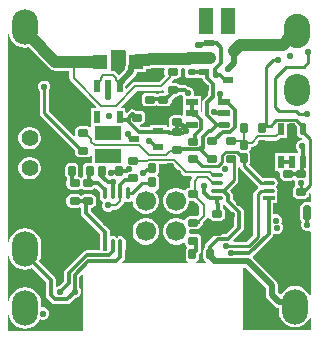
<source format=gtl>
G04*
G04 #@! TF.GenerationSoftware,Altium Limited,Altium Designer,22.6.1 (34)*
G04*
G04 Layer_Physical_Order=1*
G04 Layer_Color=255*
%FSLAX44Y44*%
%MOMM*%
G71*
G04*
G04 #@! TF.SameCoordinates,CFF22713-5BA4-4343-9F65-DF9A29BEA822*
G04*
G04*
G04 #@! TF.FilePolarity,Positive*
G04*
G01*
G75*
%ADD15C,0.2000*%
G04:AMPARAMS|DCode=16|XSize=0.6mm|YSize=0.9mm|CornerRadius=0.15mm|HoleSize=0mm|Usage=FLASHONLY|Rotation=90.000|XOffset=0mm|YOffset=0mm|HoleType=Round|Shape=RoundedRectangle|*
%AMROUNDEDRECTD16*
21,1,0.6000,0.6000,0,0,90.0*
21,1,0.3000,0.9000,0,0,90.0*
1,1,0.3000,0.3000,0.1500*
1,1,0.3000,0.3000,-0.1500*
1,1,0.3000,-0.3000,-0.1500*
1,1,0.3000,-0.3000,0.1500*
%
%ADD16ROUNDEDRECTD16*%
G04:AMPARAMS|DCode=17|XSize=0.6mm|YSize=0.9mm|CornerRadius=0.15mm|HoleSize=0mm|Usage=FLASHONLY|Rotation=180.000|XOffset=0mm|YOffset=0mm|HoleType=Round|Shape=RoundedRectangle|*
%AMROUNDEDRECTD17*
21,1,0.6000,0.6000,0,0,180.0*
21,1,0.3000,0.9000,0,0,180.0*
1,1,0.3000,-0.1500,0.3000*
1,1,0.3000,0.1500,0.3000*
1,1,0.3000,0.1500,-0.3000*
1,1,0.3000,-0.1500,-0.3000*
%
%ADD17ROUNDEDRECTD17*%
%ADD18R,1.2000X1.2000*%
G04:AMPARAMS|DCode=19|XSize=0.7mm|YSize=1.3mm|CornerRadius=0.175mm|HoleSize=0mm|Usage=FLASHONLY|Rotation=180.000|XOffset=0mm|YOffset=0mm|HoleType=Round|Shape=RoundedRectangle|*
%AMROUNDEDRECTD19*
21,1,0.7000,0.9500,0,0,180.0*
21,1,0.3500,1.3000,0,0,180.0*
1,1,0.3500,-0.1750,0.4750*
1,1,0.3500,0.1750,0.4750*
1,1,0.3500,0.1750,-0.4750*
1,1,0.3500,-0.1750,-0.4750*
%
%ADD19ROUNDEDRECTD19*%
%ADD20R,0.5000X1.0000*%
%ADD21O,1.0000X0.3800*%
%ADD22R,1.0000X0.3800*%
%ADD23R,1.0000X0.5000*%
G04:AMPARAMS|DCode=24|XSize=0.5mm|YSize=1mm|CornerRadius=0mm|HoleSize=0mm|Usage=FLASHONLY|Rotation=90.000|XOffset=0mm|YOffset=0mm|HoleType=Round|Shape=Octagon|*
%AMOCTAGOND24*
4,1,8,-0.5000,-0.1250,-0.5000,0.1250,-0.3750,0.2500,0.3750,0.2500,0.5000,0.1250,0.5000,-0.1250,0.3750,-0.2500,-0.3750,-0.2500,-0.5000,-0.1250,0.0*
%
%ADD24OCTAGOND24*%

%ADD25O,0.3800X1.0000*%
%ADD26R,0.3800X1.0000*%
G04:AMPARAMS|DCode=27|XSize=0.5mm|YSize=0.62mm|CornerRadius=0.0625mm|HoleSize=0mm|Usage=FLASHONLY|Rotation=90.000|XOffset=0mm|YOffset=0mm|HoleType=Round|Shape=RoundedRectangle|*
%AMROUNDEDRECTD27*
21,1,0.5000,0.4950,0,0,90.0*
21,1,0.3750,0.6200,0,0,90.0*
1,1,0.1250,0.2475,0.1875*
1,1,0.1250,0.2475,-0.1875*
1,1,0.1250,-0.2475,-0.1875*
1,1,0.1250,-0.2475,0.1875*
%
%ADD27ROUNDEDRECTD27*%
%ADD28R,0.9000X0.5000*%
G04:AMPARAMS|DCode=29|XSize=0.5mm|YSize=1mm|CornerRadius=0mm|HoleSize=0mm|Usage=FLASHONLY|Rotation=180.000|XOffset=0mm|YOffset=0mm|HoleType=Round|Shape=Octagon|*
%AMOCTAGOND29*
4,1,8,0.1250,-0.5000,-0.1250,-0.5000,-0.2500,-0.3750,-0.2500,0.3750,-0.1250,0.5000,0.1250,0.5000,0.2500,0.3750,0.2500,-0.3750,0.1250,-0.5000,0.0*
%
%ADD29OCTAGOND29*%

%ADD51C,0.2500*%
%ADD52C,0.3000*%
%ADD53C,0.5000*%
%ADD54C,1.0000*%
%ADD55O,2.2000X2.9000*%
%ADD56O,2.2000X2.7000*%
%ADD57O,2.2000X3.0000*%
%ADD58C,1.4000*%
%ADD59R,1.2000X2.2000*%
%ADD60R,2.2000X1.2000*%
%ADD61C,1.7000*%
%ADD62C,0.5334*%
G36*
X946608Y821337D02*
Y809793D01*
X946509Y809297D01*
Y806841D01*
X941111Y801442D01*
X938793Y803759D01*
X937623Y804542D01*
X936241Y804816D01*
X933938D01*
Y821337D01*
X934486Y822380D01*
X946060D01*
X946608Y821337D01*
D02*
G37*
G36*
X979612Y806446D02*
X979382Y805287D01*
Y802287D01*
X979695Y800711D01*
X980070Y800150D01*
X975366Y795446D01*
X954987D01*
X953606Y795172D01*
X952435Y794389D01*
X947756Y789710D01*
X946583Y790196D01*
Y792380D01*
X955282Y801078D01*
X956396Y802746D01*
X956696Y804257D01*
X963688D01*
Y806192D01*
X965523D01*
X967491Y806451D01*
X969325Y807211D01*
X969984Y807716D01*
X978854D01*
X979612Y806446D01*
D02*
G37*
G36*
X979068Y787704D02*
X979165Y787086D01*
X978279Y786038D01*
X975627D01*
X974051Y785724D01*
X973102Y785091D01*
X971773Y785979D01*
X970197Y786292D01*
X964197D01*
X962621Y785979D01*
X961284Y785086D01*
X960391Y783749D01*
X960078Y782173D01*
Y779173D01*
X960391Y777597D01*
X961284Y776260D01*
X962621Y775367D01*
X964197Y775054D01*
X970197D01*
X971773Y775367D01*
X972722Y776001D01*
X974051Y775113D01*
X975627Y774800D01*
X981627D01*
X983203Y775113D01*
X984540Y776006D01*
X985433Y777343D01*
X985746Y778919D01*
Y779897D01*
X988940Y783091D01*
X988992Y783168D01*
X989501D01*
X991077Y783481D01*
X992414Y784374D01*
X992610Y784668D01*
X994581D01*
X995082Y783460D01*
X995033Y783387D01*
X995033D01*
Y773307D01*
X995083D01*
Y768170D01*
X993813Y767128D01*
X993311Y767228D01*
X987311D01*
X985735Y766915D01*
X984398Y766022D01*
X983505Y764685D01*
X983192Y763109D01*
Y760109D01*
X983482Y758651D01*
X983384Y758357D01*
X982711Y757436D01*
X981439D01*
Y758801D01*
X967359D01*
Y757626D01*
X960028D01*
X959058Y758596D01*
X959546Y759904D01*
X960597Y760113D01*
X961934Y761006D01*
X962827Y762343D01*
X963140Y763919D01*
Y766919D01*
X962827Y768495D01*
X961934Y769832D01*
X960597Y770724D01*
X959021Y771038D01*
X955489D01*
X955448Y771080D01*
X954111Y771973D01*
X952535Y772286D01*
X952189D01*
X950613Y771973D01*
X949276Y771080D01*
X947756Y769560D01*
X946583Y770046D01*
Y773347D01*
X943261D01*
X942775Y774520D01*
X956483Y788228D01*
X976861D01*
X977871Y788428D01*
X979068Y787704D01*
D02*
G37*
G36*
X996933Y806446D02*
X996801Y805782D01*
Y802032D01*
X997047Y800797D01*
X997746Y799750D01*
X998793Y799051D01*
X1000028Y798805D01*
X1004978D01*
X1005558Y798920D01*
X1005623Y798867D01*
Y798867D01*
X1011544D01*
Y798855D01*
X1011857Y797279D01*
X1012750Y795943D01*
X1015499Y793194D01*
X1015731Y793039D01*
X1016244Y792526D01*
Y784881D01*
X1012802Y781439D01*
X1011909Y780102D01*
X1011595Y778526D01*
Y771211D01*
X1010325Y770532D01*
X1010163Y770641D01*
Y773887D01*
X1010113D01*
Y783387D01*
X1005359D01*
X1004653Y784443D01*
X1004871Y784968D01*
Y787039D01*
X1004078Y788953D01*
X1002613Y790418D01*
X1000700Y791211D01*
X999956D01*
X999467Y791700D01*
X998130Y792592D01*
X996554Y792906D01*
X992610D01*
X992414Y793200D01*
X991077Y794092D01*
X989501Y794406D01*
X986194D01*
X985708Y795579D01*
X987053Y796925D01*
X987836Y798096D01*
X987850Y798168D01*
X989501D01*
X991077Y798481D01*
X992414Y799374D01*
X993307Y800711D01*
X993620Y802287D01*
Y805287D01*
X993390Y806446D01*
X994148Y807716D01*
X996103D01*
X996933Y806446D01*
D02*
G37*
G36*
X848342Y834472D02*
X849706Y831179D01*
X851876Y828350D01*
X854705Y826180D01*
X857998Y824816D01*
X861533Y824350D01*
X864569Y824750D01*
X881900Y807419D01*
X883475Y806211D01*
X884235Y805896D01*
X885309Y805451D01*
X887277Y805192D01*
X899144D01*
Y798599D01*
X899418Y797217D01*
X900201Y796047D01*
X921727Y774520D01*
X921241Y773347D01*
X917503D01*
Y758267D01*
X917503D01*
X917486Y757917D01*
X916184Y757260D01*
X915544Y757688D01*
X913968Y758001D01*
X907968D01*
X906391Y757688D01*
X905055Y756795D01*
X904162Y755459D01*
X903848Y753882D01*
Y750882D01*
X904002Y750108D01*
X902832Y749483D01*
X881598Y770716D01*
Y788056D01*
X882148Y788606D01*
X882941Y790520D01*
Y792591D01*
X882148Y794505D01*
X880684Y795970D01*
X878770Y796762D01*
X876698D01*
X874784Y795970D01*
X873320Y794505D01*
X872527Y792591D01*
Y790520D01*
X873320Y788606D01*
X873870Y788056D01*
Y769116D01*
X874164Y767637D01*
X875002Y766383D01*
X903848Y737536D01*
Y735882D01*
X904162Y734306D01*
X905055Y732970D01*
X906391Y732077D01*
X907968Y731763D01*
X913968D01*
X915544Y732077D01*
X916814Y732926D01*
X917180Y732849D01*
X918084Y732486D01*
Y727569D01*
X917643Y727206D01*
X914643D01*
X913067Y726893D01*
X911730Y726000D01*
X910837Y724663D01*
X910524Y723087D01*
Y717087D01*
X910837Y715511D01*
X910706Y715194D01*
X910297Y715113D01*
X909158Y714352D01*
X908019Y715113D01*
X907583Y715199D01*
X906459Y715508D01*
X906666Y716604D01*
X906762Y717087D01*
Y723087D01*
X906449Y724663D01*
X905556Y726000D01*
X904219Y726893D01*
X902643Y727206D01*
X899643D01*
X898067Y726893D01*
X896730Y726000D01*
X895837Y724663D01*
X895524Y723087D01*
Y717087D01*
X895837Y715511D01*
X896730Y714174D01*
X896637Y712883D01*
X896324Y711307D01*
Y708307D01*
X896637Y706731D01*
X897530Y705394D01*
X898867Y704501D01*
X900443Y704188D01*
X906443D01*
X908019Y704501D01*
X909158Y705262D01*
X910297Y704501D01*
X911873Y704188D01*
X917873D01*
X919449Y704501D01*
X920786Y705394D01*
X922019Y704954D01*
X924726Y702247D01*
Y698347D01*
X925071Y696615D01*
X926052Y695146D01*
X926731Y694692D01*
X927503Y694080D01*
X927268Y692923D01*
X926894Y692021D01*
Y689949D01*
X927687Y688035D01*
X929152Y686571D01*
X931065Y685778D01*
X933137D01*
X935051Y686571D01*
X935311Y686831D01*
X935978Y687498D01*
X938752D01*
X940133Y687773D01*
X941304Y688555D01*
X944805Y692056D01*
X945588Y693227D01*
X945652Y693551D01*
X947021Y694165D01*
X948753Y693820D01*
X950485Y694165D01*
X951315Y694719D01*
X952585Y694040D01*
D01*
D01*
Y693491D01*
X953337Y690684D01*
X954790Y688166D01*
X956846Y686111D01*
X959363Y684657D01*
X962171Y683905D01*
X965078D01*
X967886Y684657D01*
X970403Y686111D01*
X972459Y688166D01*
X973912Y690684D01*
X974665Y693491D01*
Y696398D01*
X973912Y699206D01*
X972459Y701723D01*
X971816Y702366D01*
X972185Y703581D01*
X972425Y703629D01*
X973762Y704522D01*
X974655Y705859D01*
X974968Y707435D01*
Y713435D01*
Y713435D01*
X974655Y715011D01*
X973762Y716348D01*
X973534Y716500D01*
X974401Y717797D01*
X974714Y719373D01*
Y725373D01*
X975309Y726098D01*
X985743D01*
X995119Y716722D01*
X996290Y715940D01*
X997671Y715665D01*
X1002361D01*
X1002847Y714492D01*
X1002491Y714135D01*
X1001708Y712964D01*
X1001434Y711583D01*
Y706028D01*
X1001027D01*
X999451Y705715D01*
X998114Y704822D01*
X997731Y704248D01*
X996464Y703800D01*
X996117Y703944D01*
X993886Y705232D01*
X991078Y705985D01*
X988171D01*
X985363Y705232D01*
X982846Y703779D01*
X980790Y701723D01*
X979337Y699206D01*
X978585Y696398D01*
Y693491D01*
X979337Y690684D01*
X980790Y688166D01*
X982846Y686111D01*
X985363Y684657D01*
X988171Y683905D01*
X991078D01*
X993886Y684657D01*
X996403Y686111D01*
X998459Y688166D01*
X999912Y690684D01*
X1000665Y693491D01*
Y694492D01*
X1001027Y694790D01*
X1004406D01*
X1004666Y694400D01*
X1009142Y689925D01*
Y683664D01*
X1007275Y681798D01*
X1006773Y681898D01*
X1000773D01*
X999197Y681584D01*
X997860Y680692D01*
X996967Y679355D01*
X996890Y678965D01*
X995467Y678320D01*
X993886Y679232D01*
X991078Y679985D01*
X988171D01*
X985363Y679232D01*
X982846Y677779D01*
X980790Y675723D01*
X979337Y673206D01*
X978585Y670398D01*
Y667491D01*
X979337Y664684D01*
X980790Y662166D01*
X982846Y660111D01*
X985363Y658657D01*
X988171Y657905D01*
X991078D01*
X993886Y658657D01*
X995409Y659537D01*
X996831Y658891D01*
X996967Y658203D01*
X997860Y656866D01*
X998063Y656731D01*
X998718Y655642D01*
X998367Y655116D01*
X997825Y654305D01*
X997512Y652729D01*
Y646729D01*
X997825Y645153D01*
X998718Y643816D01*
X999676Y643176D01*
X999291Y641907D01*
X944214D01*
X943728Y643080D01*
X945166Y644518D01*
X946059Y645854D01*
X946372Y647430D01*
Y652520D01*
X946435Y652615D01*
X946780Y654347D01*
Y660547D01*
X946435Y662279D01*
X945454Y663748D01*
X943985Y664729D01*
X942253Y665074D01*
X940521Y664729D01*
X940040Y664408D01*
X939003Y663778D01*
X937966Y664408D01*
X937485Y664729D01*
D01*
X935753Y665074D01*
D01*
X935753D01*
X934963Y664917D01*
X934435Y664946D01*
X933468Y665638D01*
X933372Y665797D01*
Y668607D01*
X933059Y670183D01*
X932166Y671520D01*
X917152Y686533D01*
Y689188D01*
X917873D01*
X919449Y689501D01*
X920786Y690394D01*
X921679Y691731D01*
X921992Y693307D01*
Y696307D01*
X921679Y697883D01*
X920786Y699220D01*
X919449Y700113D01*
X917873Y700426D01*
X911873D01*
X910297Y700113D01*
X909158Y699352D01*
X908019Y700113D01*
X906443Y700426D01*
X900443D01*
X898867Y700113D01*
X897530Y699220D01*
X896637Y697883D01*
X896324Y696307D01*
Y693307D01*
X896637Y691731D01*
X897530Y690394D01*
X898867Y689501D01*
X900443Y689188D01*
X906443D01*
X907644Y689427D01*
X908914Y688688D01*
Y684827D01*
X909227Y683251D01*
X910120Y681914D01*
X925134Y666901D01*
Y664987D01*
X924813D01*
Y653147D01*
X913670D01*
X912094Y652833D01*
X910757Y651940D01*
X895830Y637014D01*
X894938Y635677D01*
X894624Y634101D01*
Y627067D01*
X890273Y622716D01*
X889855D01*
X888762Y622263D01*
X887492Y623112D01*
Y628207D01*
X887178Y629784D01*
X886285Y631120D01*
X873602Y643803D01*
X874725Y646512D01*
X875190Y650047D01*
Y658047D01*
X874725Y661582D01*
X873360Y664875D01*
X871190Y667704D01*
X868361Y669874D01*
X865068Y671238D01*
X861533Y671704D01*
X857998Y671238D01*
X854705Y669874D01*
X851876Y667704D01*
X849706Y664875D01*
X848342Y661582D01*
X848123Y659919D01*
X846853Y660002D01*
Y763270D01*
Y836052D01*
X848123Y836135D01*
X848342Y834472D01*
D02*
G37*
G36*
X1092061Y757324D02*
Y750557D01*
X1094581Y748037D01*
X1096076D01*
X1096365Y747604D01*
X1095686Y746334D01*
X1094910D01*
X1092996Y745541D01*
X1091532Y744077D01*
X1090739Y742163D01*
Y740091D01*
X1091532Y738177D01*
X1092982Y736727D01*
Y736496D01*
X1092641Y735367D01*
X1082561D01*
Y735317D01*
X1073061D01*
Y720237D01*
X1075923D01*
X1076729Y719255D01*
X1076664Y718927D01*
Y715927D01*
X1076977Y714351D01*
X1077870Y713014D01*
X1079207Y712121D01*
X1080783Y711808D01*
X1086783D01*
X1088359Y712121D01*
X1089225Y712700D01*
X1090294Y711961D01*
X1089885Y710975D01*
Y708904D01*
X1090428Y707593D01*
X1089300Y706840D01*
X1088407Y705503D01*
X1088094Y703927D01*
Y700927D01*
X1088407Y699351D01*
X1089300Y698014D01*
X1090637Y697121D01*
X1092213Y696808D01*
X1098213D01*
X1099789Y697121D01*
X1101126Y698014D01*
X1102019Y699351D01*
X1102332Y700927D01*
Y701564D01*
X1102488Y701669D01*
X1103758Y700990D01*
Y694382D01*
X1102777Y693577D01*
X1102403Y693651D01*
X1098903D01*
X1097229Y693318D01*
X1095810Y692370D01*
X1094862Y690951D01*
X1094529Y689277D01*
Y679777D01*
X1094862Y678103D01*
X1095786Y676720D01*
X1095301Y675548D01*
Y673476D01*
X1096094Y671562D01*
X1097559Y670098D01*
X1099472Y669305D01*
X1101544D01*
X1102488Y669696D01*
X1103758Y668848D01*
Y615123D01*
X1102488Y614870D01*
X1101960Y616145D01*
X1099790Y618974D01*
X1096961Y621144D01*
X1093668Y622508D01*
X1090133Y622974D01*
X1086598Y622508D01*
X1083305Y621144D01*
X1080476Y618974D01*
X1078512Y616414D01*
X1077068Y616061D01*
X1075483Y617646D01*
Y623437D01*
X1075092Y625403D01*
X1073978Y627070D01*
X1054738Y646310D01*
X1054653Y646527D01*
X1054794Y648051D01*
X1070596Y663852D01*
X1071489Y665189D01*
X1071764Y666575D01*
X1072129Y666931D01*
X1073072Y667408D01*
X1073876Y667075D01*
X1075948D01*
X1077861Y667868D01*
X1079326Y669333D01*
X1080119Y671247D01*
Y673318D01*
X1079326Y675232D01*
X1078416Y676142D01*
X1078830Y677141D01*
Y679213D01*
X1078037Y681126D01*
X1076572Y682591D01*
X1074659Y683384D01*
X1072587D01*
X1071802Y683909D01*
Y692689D01*
X1075223D01*
Y701569D01*
X1075223Y701569D01*
X1075223D01*
X1075153Y702839D01*
X1075310Y703629D01*
X1074965Y705361D01*
X1074644Y705842D01*
X1074014Y706879D01*
X1074644Y707916D01*
X1074965Y708397D01*
X1075310Y710129D01*
X1074965Y711861D01*
X1073984Y713330D01*
X1072515Y714311D01*
X1070783Y714656D01*
X1064583D01*
X1062851Y714311D01*
X1062805Y714281D01*
X1051383Y725703D01*
X1051871Y726433D01*
X1052184Y728009D01*
Y734009D01*
X1051871Y735585D01*
X1051322Y736407D01*
X1052125Y737609D01*
X1052438Y739185D01*
Y740576D01*
X1053379D01*
X1054761Y740850D01*
X1055931Y741633D01*
X1060074Y745776D01*
X1074409D01*
X1075790Y746050D01*
X1076961Y746833D01*
X1078165Y748037D01*
X1083141D01*
Y759663D01*
X1089722D01*
X1092061Y757324D01*
D02*
G37*
G36*
X1038587Y683596D02*
Y673653D01*
X1031618Y666684D01*
X1024736D01*
X1023160Y666371D01*
X1021824Y665478D01*
X1015160Y658814D01*
X1014267Y657478D01*
X1013954Y655902D01*
Y655799D01*
X1013718Y655642D01*
X1012825Y654305D01*
X1012512Y652729D01*
Y646729D01*
X1012825Y645153D01*
X1013718Y643816D01*
X1014676Y643176D01*
X1014291Y641907D01*
X1006971D01*
X1006586Y643176D01*
X1007544Y643816D01*
X1008437Y645153D01*
X1008750Y646729D01*
Y649778D01*
X1008808Y649816D01*
X1009226Y650235D01*
X1010119Y651571D01*
X1010432Y653147D01*
Y657983D01*
X1010579Y658203D01*
X1010892Y659779D01*
Y662779D01*
X1010579Y664355D01*
X1009686Y665692D01*
X1008349Y666584D01*
X1006773Y666898D01*
X1001820D01*
X1000723Y667461D01*
X1000665Y668116D01*
Y669442D01*
X1000751Y670417D01*
X1001882Y670660D01*
X1006773D01*
X1008349Y670973D01*
X1009686Y671866D01*
X1010579Y673203D01*
X1010631Y673467D01*
X1011294Y673911D01*
X1012077Y675082D01*
X1012352Y676463D01*
Y676666D01*
X1015303Y679617D01*
X1015999Y680658D01*
X1016648Y680706D01*
X1017344Y680604D01*
X1018180Y679352D01*
X1019517Y678459D01*
X1021093Y678146D01*
X1027093D01*
X1028669Y678459D01*
X1030006Y679352D01*
X1030899Y680689D01*
X1031212Y682265D01*
Y685265D01*
X1030899Y686841D01*
X1030006Y688178D01*
X1029164Y688740D01*
Y691333D01*
X1030163Y691731D01*
X1030434Y691750D01*
X1038587Y683596D01*
D02*
G37*
G36*
X1043697Y723117D02*
X1043757Y722815D01*
X1044595Y721561D01*
X1058527Y707629D01*
X1058673Y707154D01*
X1058570Y706015D01*
X1055988Y703432D01*
X1055150Y702179D01*
X1054856Y700700D01*
Y665696D01*
X1049305Y660145D01*
X1038389D01*
X1037903Y661318D01*
X1045619Y669034D01*
X1046512Y670370D01*
X1046825Y671947D01*
Y685303D01*
X1046512Y686879D01*
X1045619Y688215D01*
X1037402Y696432D01*
Y699821D01*
X1037089Y701398D01*
X1036196Y702734D01*
X1034945Y703985D01*
X1040885Y709925D01*
X1040885Y709925D01*
X1041723Y711178D01*
X1042017Y712657D01*
X1042017Y712657D01*
Y722506D01*
X1043287Y723311D01*
X1043697Y723117D01*
D02*
G37*
G36*
X848342Y646512D02*
X849706Y643219D01*
X851876Y640390D01*
X854705Y638220D01*
X857998Y636856D01*
X861533Y636390D01*
X865068Y636856D01*
X867777Y637978D01*
X879253Y626501D01*
Y615157D01*
X879567Y613581D01*
X880460Y612244D01*
X883975Y608730D01*
X885311Y607837D01*
X886887Y607523D01*
X897053D01*
X898630Y607837D01*
X899966Y608730D01*
X904061Y612825D01*
X904479D01*
X906393Y613618D01*
X907857Y615082D01*
X908650Y616996D01*
Y619068D01*
X907857Y620981D01*
X907562Y621277D01*
Y630448D01*
X909478Y632364D01*
X910651Y631878D01*
Y584757D01*
X846853D01*
Y598092D01*
X848123Y598175D01*
X848342Y596512D01*
X849706Y593218D01*
X851876Y590390D01*
X854705Y588220D01*
X857998Y586856D01*
X861533Y586390D01*
X865068Y586856D01*
X868361Y588220D01*
X871190Y590390D01*
X873360Y593218D01*
X873708Y594059D01*
X874882Y594545D01*
X875571Y594259D01*
X877643D01*
X879556Y595052D01*
X881021Y596517D01*
X881814Y598431D01*
Y600502D01*
X881021Y602416D01*
X879556Y603881D01*
X877643Y604673D01*
X875571D01*
X875190Y604928D01*
Y608047D01*
X874725Y611582D01*
X873360Y614875D01*
X871190Y617704D01*
X868361Y619874D01*
X865068Y621239D01*
X861533Y621704D01*
X857998Y621239D01*
X854705Y619874D01*
X851876Y617704D01*
X849706Y614875D01*
X848342Y611582D01*
X848123Y609919D01*
X846853Y610002D01*
Y648092D01*
X848123Y648175D01*
X848342Y646512D01*
D02*
G37*
G36*
X1065206Y621308D02*
Y615518D01*
X1065597Y613551D01*
X1066711Y611884D01*
X1072999Y605596D01*
X1074667Y604482D01*
X1076476Y604122D01*
Y601317D01*
X1076942Y597782D01*
X1078306Y594488D01*
X1080476Y591660D01*
X1083305Y589490D01*
X1086598Y588125D01*
X1090133Y587660D01*
X1093668Y588125D01*
X1096961Y589490D01*
X1099790Y591660D01*
X1101960Y594488D01*
X1102488Y595764D01*
X1103758Y595511D01*
Y585264D01*
X1045735D01*
Y638418D01*
X1048095D01*
X1065206Y621308D01*
D02*
G37*
%LPC*%
G36*
X866599Y757567D02*
X864087D01*
X861661Y756917D01*
X859485Y755661D01*
X857709Y753885D01*
X856453Y751709D01*
X855803Y749283D01*
Y746771D01*
X856453Y744345D01*
X857709Y742169D01*
X859485Y740393D01*
X861661Y739137D01*
X864087Y738487D01*
X866599D01*
X869025Y739137D01*
X871201Y740393D01*
X872977Y742169D01*
X874233Y744345D01*
X874883Y746771D01*
Y749283D01*
X874233Y751709D01*
X872977Y753885D01*
X871201Y755661D01*
X869025Y756917D01*
X866599Y757567D01*
D02*
G37*
G36*
Y732167D02*
X864087D01*
X861661Y731517D01*
X859485Y730261D01*
X857709Y728485D01*
X856453Y726309D01*
X855803Y723883D01*
Y721371D01*
X856453Y718945D01*
X857709Y716769D01*
X859485Y714993D01*
X861661Y713737D01*
X864087Y713087D01*
X866599D01*
X869025Y713737D01*
X871201Y714993D01*
X872977Y716769D01*
X874233Y718945D01*
X874883Y721371D01*
Y723883D01*
X874233Y726309D01*
X872977Y728485D01*
X871201Y730261D01*
X869025Y731517D01*
X866599Y732167D01*
D02*
G37*
G36*
X965078Y679985D02*
X962171D01*
X959363Y679232D01*
X956846Y677779D01*
X954790Y675723D01*
X953337Y673206D01*
X952585Y670398D01*
Y667491D01*
X953337Y664684D01*
X954790Y662166D01*
X956846Y660111D01*
X959363Y658657D01*
X962171Y657905D01*
X965078D01*
X967886Y658657D01*
X970403Y660111D01*
X972459Y662166D01*
X973912Y664684D01*
X974665Y667491D01*
Y670398D01*
X973912Y673206D01*
X972459Y675723D01*
X970403Y677779D01*
X967886Y679232D01*
X965078Y679985D01*
D02*
G37*
%LPD*%
D15*
X932101Y690985D02*
X932223Y691107D01*
X938752D01*
X942253Y694608D02*
Y701447D01*
X938752Y691107D02*
X942253Y694608D01*
X952973Y728857D02*
X965139D01*
X1036285Y745367D02*
X1046553D01*
Y742451D02*
Y745367D01*
Y742451D02*
X1046819Y742185D01*
X965989Y729707D02*
X987238D01*
X965139Y728857D02*
X965989Y729707D01*
X910968Y752382D02*
X912468D01*
X917625Y747225D01*
Y744702D02*
Y747225D01*
Y744702D02*
X920382Y741945D01*
X948147D01*
X948281Y741811D01*
X958006D01*
X966410Y733407D01*
X980597D01*
X984557Y737367D01*
X989691D02*
X990311Y737987D01*
X984557Y737367D02*
X989691D01*
X925443Y797507D02*
Y798805D01*
X922543Y794607D02*
X925443Y797507D01*
X922543Y792107D02*
Y794607D01*
X925443Y798805D02*
X927845Y801207D01*
X938643Y797507D02*
Y798805D01*
Y797507D02*
X941543Y794607D01*
Y792107D02*
Y794607D01*
X936241Y801207D02*
X938643Y798805D01*
X927845Y801207D02*
X936241D01*
X1046819Y742223D02*
X1048781Y744185D01*
X1053379D02*
X1058579Y749385D01*
X1048781Y744185D02*
X1053379D01*
X1046819Y742185D02*
Y742223D01*
X1058579Y749385D02*
X1074409D01*
X1078101Y753077D01*
Y755577D01*
X1046553Y745367D02*
X1046819Y745633D01*
Y756663D01*
X1046819Y756663D01*
X954987Y791837D02*
X976861D01*
X938339Y775188D02*
X954987Y791837D01*
X926164Y775188D02*
X938339D01*
X902753Y798599D02*
X926164Y775188D01*
X902753Y798599D02*
Y812797D01*
X986463Y803787D02*
X986501D01*
X984501Y801825D02*
X986463Y803787D01*
X984501Y799477D02*
Y801825D01*
X976861Y791837D02*
X984501Y799477D01*
X1008742Y676463D02*
Y678161D01*
X1012751Y682169D01*
Y691420D01*
X1007218Y696953D02*
X1012751Y691420D01*
X1007218Y696953D02*
Y698447D01*
X1005256Y700409D02*
X1007218Y698447D01*
X1003773Y676279D02*
X1003957Y676463D01*
X1008742D01*
X997671Y719274D02*
X1017938D01*
X987238Y729707D02*
X997671Y719274D01*
X1017938D02*
X1020583Y716629D01*
X1023683D01*
X1004027Y700409D02*
X1005043D01*
Y711583D01*
X1008365Y714904D01*
X1015802D01*
X1019992Y710714D01*
X1023098D02*
X1023683Y710129D01*
X1019992Y710714D02*
X1023098D01*
D16*
X966943Y800217D02*
D03*
Y815217D02*
D03*
X956021Y765419D02*
D03*
Y780419D02*
D03*
X990311Y761609D02*
D03*
Y776609D02*
D03*
X967197Y780673D02*
D03*
Y765673D02*
D03*
X1024093Y683765D02*
D03*
Y668765D02*
D03*
X1003773Y661279D02*
D03*
Y676279D02*
D03*
X1004027Y700409D02*
D03*
Y685409D02*
D03*
X1019775Y730367D02*
D03*
Y745367D02*
D03*
X986501Y788787D02*
D03*
Y803787D02*
D03*
X990311Y737987D02*
D03*
Y752987D02*
D03*
X978627Y765419D02*
D03*
Y780419D02*
D03*
X1004027Y745113D02*
D03*
Y730113D02*
D03*
X1036285Y730367D02*
D03*
X1036285Y745367D02*
D03*
X952973Y728857D02*
D03*
Y713857D02*
D03*
X914873Y694807D02*
D03*
Y709807D02*
D03*
X903443Y694807D02*
D03*
Y709807D02*
D03*
X1083783Y717427D02*
D03*
Y702427D02*
D03*
X1095213Y717427D02*
D03*
Y702427D02*
D03*
X910968Y737382D02*
D03*
Y752382D02*
D03*
D17*
X984095Y722373D02*
D03*
X969095D02*
D03*
X941423Y720087D02*
D03*
X926423D02*
D03*
X969349Y710435D02*
D03*
X984349D02*
D03*
X916143Y720087D02*
D03*
X901143D02*
D03*
X1046565Y731009D02*
D03*
X1061565D02*
D03*
X1018131Y649729D02*
D03*
X1003131D02*
D03*
X1061819Y742185D02*
D03*
X1046819D02*
D03*
X1046819Y756663D02*
D03*
X1061819D02*
D03*
D18*
X955148Y812797D02*
D03*
X925398D02*
D03*
D19*
X1100653Y684527D02*
D03*
X1082653D02*
D03*
D20*
X922543Y765807D02*
D03*
X941543Y792107D02*
D03*
X932043D02*
D03*
X922543Y792107D02*
D03*
X941543Y765807D02*
D03*
X1087601Y727827D02*
D03*
X1097101Y727777D02*
D03*
X1078101Y755577D02*
D03*
X1087601D02*
D03*
X1078101Y727777D02*
D03*
D21*
X1023683Y716629D02*
D03*
X1023683Y710129D02*
D03*
Y703629D02*
D03*
X1023683Y697129D02*
D03*
X1067683Y716629D02*
D03*
Y710129D02*
D03*
Y703629D02*
D03*
D22*
Y697129D02*
D03*
D23*
X1002623Y768847D02*
D03*
X1002573Y759347D02*
D03*
X1030373Y778347D02*
D03*
Y768847D02*
D03*
X1002573Y778347D02*
D03*
D24*
X1030373Y759347D02*
D03*
D25*
X948753Y701447D02*
D03*
X942253Y701447D02*
D03*
X935753D02*
D03*
X929253Y701447D02*
D03*
X948753Y657447D02*
D03*
X942253D02*
D03*
X935753D02*
D03*
D26*
X929253D02*
D03*
D27*
X1008853Y816687D02*
D03*
Y826687D02*
D03*
X1002503Y803907D02*
D03*
Y793907D02*
D03*
D28*
X1017653Y828437D02*
D03*
Y814937D02*
D03*
X1038153Y821687D02*
D03*
X1012663Y803907D02*
D03*
Y790407D02*
D03*
X1033163Y797157D02*
D03*
X953899Y747011D02*
D03*
X974399Y753761D02*
D03*
Y740261D02*
D03*
D29*
X1097101Y755577D02*
D03*
D51*
X1076213Y770817D02*
X1091003D01*
X1093799Y768021D01*
X1100670D01*
X909468Y737382D02*
X910968D01*
X948753Y701447D02*
X951903D01*
X968731Y709817D02*
X969349Y710435D01*
X951903Y701447D02*
X960273Y709817D01*
X968731D01*
X1095092Y709939D02*
X1095153Y709879D01*
X1071607Y814042D02*
X1075900D01*
X1067624Y710188D02*
X1067683Y710129D01*
X1061433Y710188D02*
X1067624D01*
X1047327Y724294D02*
X1061433Y710188D01*
X1046565Y731009D02*
X1047327Y730247D01*
Y724294D02*
Y730247D01*
X1058720Y700700D02*
X1061649Y703629D01*
X1067683D01*
X877734Y769116D02*
X909468Y737382D01*
X877734Y769116D02*
Y791555D01*
X1028538Y733413D02*
X1031442Y736317D01*
X1041128D01*
X1043341Y734105D01*
X1044834D01*
X1046565Y732374D01*
Y731009D02*
Y732374D01*
X1004027Y730113D02*
X1005527D01*
X1050905Y656281D02*
X1058720Y664096D01*
Y700700D01*
X1032036Y656281D02*
X1050905D01*
X1096713Y702427D02*
X1102663Y708377D01*
X1095213Y702427D02*
X1096713D01*
X1102663Y708377D02*
Y747533D01*
X1095153Y702487D02*
Y709879D01*
X1097101Y753095D02*
X1102663Y747533D01*
X1095153Y702487D02*
X1095213Y702427D01*
X1082253Y808152D02*
X1097571D01*
X1101483Y812065D01*
Y820584D01*
X1097101Y753095D02*
Y755577D01*
X1069402Y758497D02*
X1072651Y761745D01*
Y761799D01*
X1096353Y758497D02*
X1097355D01*
X1074379Y763527D02*
X1091323D01*
X1072651Y761799D02*
X1074379Y763527D01*
X1091323D02*
X1096353Y758497D01*
X1072887Y774144D02*
X1076213Y770817D01*
X1072887Y774144D02*
Y798786D01*
X1082253Y808152D01*
X1061311Y757171D02*
Y758497D01*
Y757171D02*
X1061819Y756663D01*
X1063653Y758497D02*
X1065446Y760290D01*
X1061819Y756663D02*
X1063653Y758497D01*
X1069402D01*
X1065446Y807882D02*
X1071607Y814042D01*
X1061311Y758497D02*
X1063653D01*
X1065446Y760290D02*
Y807882D01*
X1025126Y724163D02*
X1028538Y727575D01*
Y733413D01*
X1005527Y730113D02*
X1011477Y724163D01*
X1025126D01*
X1036422Y730367D02*
X1038153Y728636D01*
X1036285Y730367D02*
X1036422D01*
X1029933Y704437D02*
X1038153Y712657D01*
Y728636D01*
D52*
X1008853Y826687D02*
X1009728Y827562D01*
X1029550Y769670D02*
X1030373Y768847D01*
X1022028Y769670D02*
X1029550D01*
X1021581Y770117D02*
X1022028Y769670D01*
X1002573Y777397D02*
Y778347D01*
Y777397D02*
X1002623Y777347D01*
Y768847D02*
Y777347D01*
X929253Y657447D02*
Y668607D01*
X913033Y684827D02*
X929253Y668607D01*
X935753Y701447D02*
Y709370D01*
X914533Y694807D02*
X914873D01*
X913033Y693307D02*
X914533Y694807D01*
X913033Y684827D02*
Y693307D01*
X903443Y694807D02*
X911873D01*
X913033Y693307D02*
Y693647D01*
X911873Y694807D02*
X913033Y693647D01*
X901253Y711307D02*
X902753Y709807D01*
X903443D01*
X948843Y665857D02*
X948933Y665947D01*
X948843Y657537D02*
Y665857D01*
X948753Y657447D02*
X948843Y657537D01*
X901253Y711307D02*
X901943D01*
X903443Y709807D01*
X901143Y718697D02*
Y720087D01*
Y718697D02*
X901253Y718587D01*
X915508Y719452D02*
X916143Y720087D01*
X915508Y710562D02*
Y719452D01*
X901253Y711307D02*
Y718587D01*
X935317Y710884D02*
X935753Y710448D01*
X931586Y710884D02*
X935317D01*
X925383Y717087D02*
X931586Y710884D01*
X925383Y717087D02*
Y719047D01*
X926423Y720087D01*
X934685Y718690D02*
X935132Y719137D01*
X940473D01*
X949047Y721490D02*
X949679D01*
X947644Y720087D02*
X949047Y721490D01*
X941423Y720087D02*
X947644D01*
X940473Y719137D02*
X941423Y720087D01*
X928883Y704700D02*
X929253Y704331D01*
X922991Y709807D02*
X928098Y704700D01*
X929253Y701447D02*
Y704331D01*
X914873Y709807D02*
X922991D01*
X928098Y704700D02*
X928883D01*
X941543Y764667D02*
X942543Y763667D01*
X997085Y795613D02*
X997903Y794795D01*
X1001615D02*
X1002503Y793907D01*
X996454Y795613D02*
X997085D01*
X997903Y794795D02*
X1001615D01*
X956021Y780419D02*
X956136Y780304D01*
Y773796D02*
X956251Y773681D01*
X956136Y773796D02*
Y780304D01*
X1100508Y674512D02*
X1100581Y674585D01*
Y684454D02*
X1100653Y684527D01*
X1100581Y674585D02*
Y684454D01*
X1009728Y827562D02*
X1017653D01*
Y828437D02*
X1023653D01*
X1027613Y824477D01*
X1032163Y798157D02*
X1033163Y797157D01*
X1027613Y811392D02*
Y824477D01*
X1022709Y806487D02*
X1027613Y811392D01*
X1022709Y802087D02*
Y806487D01*
X1030163Y798157D02*
X1032163D01*
X1026680Y801640D02*
X1030163Y798157D01*
X1023155Y801640D02*
X1026680D01*
X913670Y649028D02*
X932259D01*
X935753Y652522D01*
Y657447D01*
X914936Y643647D02*
X938470D01*
X942253Y647430D01*
Y657447D01*
X861533Y650047D02*
Y654047D01*
X890891Y617509D02*
X898743Y625361D01*
X897053Y611642D02*
X903443Y618032D01*
X886887Y611642D02*
X897053D01*
X861533Y650047D02*
X883373Y628207D01*
Y615157D02*
X886887Y611642D01*
X883373Y615157D02*
Y628207D01*
X903443Y632154D02*
X914936Y643647D01*
X898743Y625361D02*
Y634101D01*
X913670Y649028D01*
X903443Y618032D02*
Y632154D01*
X1015663Y798855D02*
Y802907D01*
X1014663Y803907D02*
X1015663Y802907D01*
X1018411Y796107D02*
X1018488D01*
X1015663Y798855D02*
X1018411Y796107D01*
X984349Y708935D02*
Y710435D01*
X978168Y702754D02*
X984349Y708935D01*
X976161Y702754D02*
X978168D01*
X975714Y702307D02*
X976161Y702754D01*
X968124Y721402D02*
X969095Y722373D01*
X961429Y718868D02*
X962060D01*
X964595Y721402D02*
X968124D01*
X962060Y718868D02*
X964595Y721402D01*
X983808Y713373D02*
X984759Y712422D01*
X976720Y717123D02*
X980470Y713373D01*
X983808D01*
X984759Y711525D02*
Y712422D01*
X942253Y701447D02*
Y708447D01*
X946163Y712357D01*
X951473D02*
X952973Y713857D01*
X946163Y712357D02*
X951473D01*
X1072400Y716245D02*
X1072896D01*
X1072169Y716476D02*
X1072400Y716245D01*
X984095Y721629D02*
Y722373D01*
X988595Y720129D02*
X990229Y718494D01*
X985595Y720129D02*
X988595D01*
X990229Y718494D02*
X990861D01*
X984095Y721629D02*
X985595Y720129D01*
X984759Y711525D02*
X985849Y710435D01*
X1001624Y758398D02*
X1002573Y759347D01*
X995175Y758398D02*
X1001624D01*
X995175Y756865D02*
X997954Y754087D01*
X995175Y756865D02*
Y758398D01*
X997954Y753751D02*
Y754087D01*
X1083783Y717427D02*
X1095213D01*
X1095213Y717427D01*
X1078151Y727827D02*
X1087601D01*
X1078101Y727777D02*
X1078151Y727827D01*
X1067560Y716476D02*
X1072169D01*
X1023873Y759347D02*
X1030373D01*
X1017342Y754080D02*
X1018606D01*
X1012075Y739474D02*
Y748814D01*
X1017342Y754080D01*
X1002503Y803907D02*
X1014663D01*
X1039473Y757672D02*
Y771832D01*
X1035958Y775347D02*
X1039473Y771832D01*
X1035873Y775347D02*
X1035958D01*
X1032873Y778347D02*
X1035873Y775347D01*
X1029139Y753231D02*
X1035032D01*
X1039473Y757672D01*
X1019775Y745367D02*
X1021275Y746867D01*
X1022775D01*
X1029139Y753231D01*
X1087601Y755577D02*
Y756559D01*
X1064799Y716629D02*
X1067683D01*
X1062327Y719101D02*
X1064799Y716629D01*
X1061565Y731009D02*
X1062327Y730247D01*
Y719101D02*
Y730247D01*
X1096157Y726833D02*
X1097101Y727777D01*
X1095213Y717427D02*
Y717983D01*
X1096157Y718927D02*
Y726833D01*
X1095213Y717983D02*
X1096157Y718927D01*
X1023683Y703629D02*
X1029475D01*
X1023683Y703629D02*
X1023683Y703629D01*
X1072896Y716245D02*
X1073804Y715336D01*
X1074727D02*
X1080898Y709165D01*
X1080989D01*
X1073804Y715336D02*
X1074727D01*
X1018606Y754080D02*
X1023873Y759347D01*
X1026246Y784896D02*
Y785528D01*
X1026873Y779347D02*
Y784269D01*
X1027873Y778347D02*
X1032873D01*
X1026246Y784896D02*
X1026873Y784269D01*
Y779347D02*
X1027873Y778347D01*
X1022709Y802087D02*
X1022932Y801863D01*
X1023155Y801640D01*
X942543Y763667D02*
X948162D01*
X941543Y764667D02*
Y765807D01*
X948162Y763667D02*
X958322Y753507D01*
X974145D02*
X974399Y753761D01*
X958322Y753507D02*
X974145D01*
X972399Y740261D02*
X974399D01*
X967015Y745645D02*
X972399Y740261D01*
X966443Y745645D02*
X967015D01*
X948753Y751887D02*
X949200Y751440D01*
Y749456D02*
Y751440D01*
X952899Y748011D02*
X953899Y747011D01*
X950645Y748011D02*
X952899D01*
X949200Y749456D02*
X950645Y748011D01*
X967197Y765673D02*
Y772411D01*
X990311Y761609D02*
X991573D01*
X993073Y760109D01*
Y759462D02*
Y760109D01*
Y759462D02*
X995175D01*
X1002623Y768847D02*
X1003623Y767847D01*
X1006123D01*
X1010773Y763197D01*
Y755521D02*
Y763197D01*
X1005626Y750375D02*
X1010773Y755521D01*
X1004027Y745113D02*
X1004126D01*
X1005626Y746613D01*
Y750375D01*
X989803Y761101D02*
X990311Y761609D01*
X989803Y753495D02*
Y761101D01*
X995648Y752077D02*
X996876Y753305D01*
X997508D01*
X997954Y753751D01*
X991221Y752077D02*
X995648D01*
X989803Y753495D02*
X991221Y752077D01*
X974399Y753761D02*
X974843Y753317D01*
X983078D01*
X983803Y752592D01*
X989916D02*
X990311Y752987D01*
X983803Y752592D02*
X989916D01*
X1008974Y738913D02*
X1009535Y739474D01*
X990311Y737987D02*
X991237Y738913D01*
X1008974D01*
X1009535Y739474D02*
X1012075D01*
X1016775Y731867D02*
X1018275D01*
X1019775Y730367D01*
X1009535Y739107D02*
Y739474D01*
Y739107D02*
X1016775Y731867D01*
X948162Y763667D02*
X949323D01*
Y765301D01*
X952189Y768167D01*
X952535D01*
X954521Y765419D02*
X956021D01*
X953021Y766919D02*
X954521Y765419D01*
X953021Y766919D02*
Y767681D01*
X952535Y768167D02*
X953021Y767681D01*
X977000Y780292D02*
X980000D01*
X967197Y780673D02*
X970070D01*
X970197Y780800D01*
X977000D01*
X977296Y766919D02*
Y771964D01*
X978627Y765419D02*
Y765587D01*
X976849Y772411D02*
X977296Y771964D01*
Y766919D02*
X978627Y765587D01*
X991261Y770318D02*
X991708Y769871D01*
X991261Y770318D02*
Y775659D01*
X990311Y776609D02*
X991261Y775659D01*
X991073Y710435D02*
X991073Y710435D01*
X985849Y710435D02*
X991073D01*
X980000Y780292D02*
X982135Y782427D01*
X982451D01*
X986028Y788314D02*
X986501Y788787D01*
X986028Y786004D02*
Y788314D01*
X982451Y782427D02*
X986028Y786004D01*
X999337D02*
X999664D01*
X986501Y788787D02*
X996554D01*
X999337Y786004D01*
X1015714Y767687D02*
X1023873Y759528D01*
X1018488Y796107D02*
X1020363Y794232D01*
X1015714Y767687D02*
Y778526D01*
X1012663Y790407D02*
X1013093Y789977D01*
X1015714Y778526D02*
X1020363Y783175D01*
X1005813Y790407D02*
X1012663D01*
X1020363Y783175D02*
Y794232D01*
X1003663Y792557D02*
X1005813Y790407D01*
X1013093Y784202D02*
Y789977D01*
X1067683Y666765D02*
Y697129D01*
X1035944Y650432D02*
X1051350D01*
X1067683Y666765D01*
X1096483Y729082D02*
Y730659D01*
X1097101Y731277D01*
X1087601Y747635D02*
X1088609Y746627D01*
X1087601Y747635D02*
Y755577D01*
X1088609Y745995D02*
Y746627D01*
X1095946Y740495D02*
X1097101Y739340D01*
X1095946Y740495D02*
Y741127D01*
X1097101Y731277D02*
Y739340D01*
X1024093Y685677D02*
X1025044Y686628D01*
Y691878D01*
X1023888Y693034D02*
X1025044Y691878D01*
X1023888Y693034D02*
Y696759D01*
X1018073Y655902D02*
X1024736Y662565D01*
X1033325D01*
X1042706Y671947D01*
Y685303D01*
X1033283Y694726D02*
X1042706Y685303D01*
X1033283Y694726D02*
Y699821D01*
X1029475Y703629D02*
X1033283Y699821D01*
X1018073Y649787D02*
X1018131Y649729D01*
X1018073Y649787D02*
Y655902D01*
X1003131Y649729D02*
Y651229D01*
X1004631Y652729D01*
X1005895D01*
X1006313Y653147D01*
X1003773Y661279D02*
X1004813D01*
X1006313Y659779D01*
Y653147D02*
Y659779D01*
X1017891Y697129D02*
X1023518D01*
X1023888Y696759D01*
X1013171Y701849D02*
X1017891Y697129D01*
X1013171Y701849D02*
Y707766D01*
D53*
X1090133Y648167D02*
Y655317D01*
X951648Y809297D02*
X955148Y812797D01*
X1038153Y811617D02*
Y821687D01*
X1032983Y806447D02*
X1038153Y811617D01*
X1024093Y668765D02*
X1025593D01*
X1036839Y682517D02*
Y682607D01*
X1033509Y679187D02*
X1036839Y682517D01*
X1025593Y668765D02*
X1033509Y676681D01*
Y679187D01*
X959572Y800326D02*
X959626Y800272D01*
X966889D02*
X966943Y800217D01*
X959626Y800272D02*
X966889D01*
X941543Y794607D02*
X951648Y804712D01*
Y809297D01*
X932043Y782846D02*
Y792107D01*
X1086220Y609229D02*
X1090133Y605317D01*
X1076633Y609229D02*
X1086220D01*
X1070344Y615518D02*
X1076633Y609229D01*
X1070344Y615518D02*
Y623437D01*
X1050224Y643557D02*
X1070344Y623437D01*
X1021423Y643557D02*
X1050224D01*
X1018131Y648229D02*
Y649729D01*
Y648229D02*
X1021423Y644937D01*
Y643557D02*
Y644937D01*
D54*
X865720Y834354D02*
Y837820D01*
X861533Y842007D02*
X865720Y837820D01*
Y834354D02*
X887277Y812797D01*
X967047Y815321D02*
X1000125D01*
X1038153Y821687D02*
X1043323Y826857D01*
X1079593D01*
X1091403Y788667D02*
Y795914D01*
X1085107Y832371D02*
X1085860D01*
X1079593Y826857D02*
X1085107Y832371D01*
X1085860D02*
X1091403Y837914D01*
Y838667D01*
X955783Y813432D02*
X956148Y813797D01*
X1000125Y815321D02*
X1000221Y815417D01*
X956148Y813797D02*
X965523D01*
X1000221Y815417D02*
X1018013D01*
X887277Y812797D02*
X902753D01*
X925398D01*
X955783Y812162D02*
Y813432D01*
X965523Y813797D02*
X967047Y815321D01*
D55*
X1091403Y838667D02*
D03*
D56*
Y788667D02*
D03*
D57*
X861533Y842007D02*
D03*
Y792007D02*
D03*
Y654047D02*
D03*
Y604047D02*
D03*
X1090133Y605317D02*
D03*
Y655317D02*
D03*
D58*
X865343Y722627D02*
D03*
Y697227D02*
D03*
Y748027D02*
D03*
D59*
X1014625Y846945D02*
D03*
X1033625D02*
D03*
D60*
X931625Y751945D02*
D03*
Y732945D02*
D03*
D61*
X963625Y694945D02*
D03*
X989625D02*
D03*
X963625Y668945D02*
D03*
X989625D02*
D03*
D62*
X1021581Y770117D02*
D03*
X967197Y772411D02*
D03*
X875508Y588707D02*
D03*
X930113Y676416D02*
D03*
X932101Y690985D02*
D03*
X935753Y710448D02*
D03*
X948933Y665947D02*
D03*
X934685Y718690D02*
D03*
X949679Y721490D02*
D03*
X942813Y676907D02*
D03*
X936463Y669287D02*
D03*
X917413D02*
D03*
X1033342Y674522D02*
D03*
X939603Y808821D02*
D03*
Y816331D02*
D03*
X915246Y763097D02*
D03*
X1044159Y715261D02*
D03*
X996454Y795613D02*
D03*
X1100508Y674512D02*
D03*
X975714Y702307D02*
D03*
X956251Y773681D02*
D03*
X1075401Y687575D02*
D03*
X1088029Y686377D02*
D03*
X1073623Y678177D02*
D03*
X1074912Y672282D02*
D03*
X1074893Y716425D02*
D03*
X896020Y661702D02*
D03*
X977103Y683257D02*
D03*
Y662937D02*
D03*
X1095092Y709939D02*
D03*
X1022932Y801863D02*
D03*
X851806Y681027D02*
D03*
X876607Y599466D02*
D03*
X890891Y617509D02*
D03*
X903443Y618032D02*
D03*
X1035944Y650432D02*
D03*
X1032036Y656281D02*
D03*
X961429Y718868D02*
D03*
X976720Y717123D02*
D03*
X990861Y718494D02*
D03*
X1036839Y682607D02*
D03*
X1005805Y690776D02*
D03*
X997954Y753751D02*
D03*
X1101483Y820584D02*
D03*
X1075900Y814042D02*
D03*
X1086051Y817692D02*
D03*
X1042889Y693417D02*
D03*
X1080989Y709165D02*
D03*
X1077687Y693417D02*
D03*
X1087601Y632506D02*
D03*
X949280Y687060D02*
D03*
X892553Y645407D02*
D03*
X873849Y679797D02*
D03*
Y710404D02*
D03*
X859739Y813055D02*
D03*
X851548Y822015D02*
D03*
X1032983Y806447D02*
D03*
X1000125Y815321D02*
D03*
X1026246Y785528D02*
D03*
X1046699Y662937D02*
D03*
X932259Y766587D02*
D03*
X966443Y745645D02*
D03*
X948753Y751887D02*
D03*
X877734Y791555D02*
D03*
X959572Y800326D02*
D03*
X932043Y782846D02*
D03*
X976849Y772411D02*
D03*
X991708Y769871D02*
D03*
X976161Y802249D02*
D03*
X991073Y710435D02*
D03*
X999664Y786004D02*
D03*
X1013093Y784202D02*
D03*
X1088609Y745995D02*
D03*
X1100670Y768021D02*
D03*
X1095946Y741127D02*
D03*
X1088609Y739391D02*
D03*
X1016775Y673847D02*
D03*
X1049909Y624540D02*
D03*
X1049955Y617201D02*
D03*
X1077446Y631379D02*
D03*
X1068261Y642524D02*
D03*
X1030697Y721611D02*
D03*
X1013171Y707766D02*
D03*
M02*

</source>
